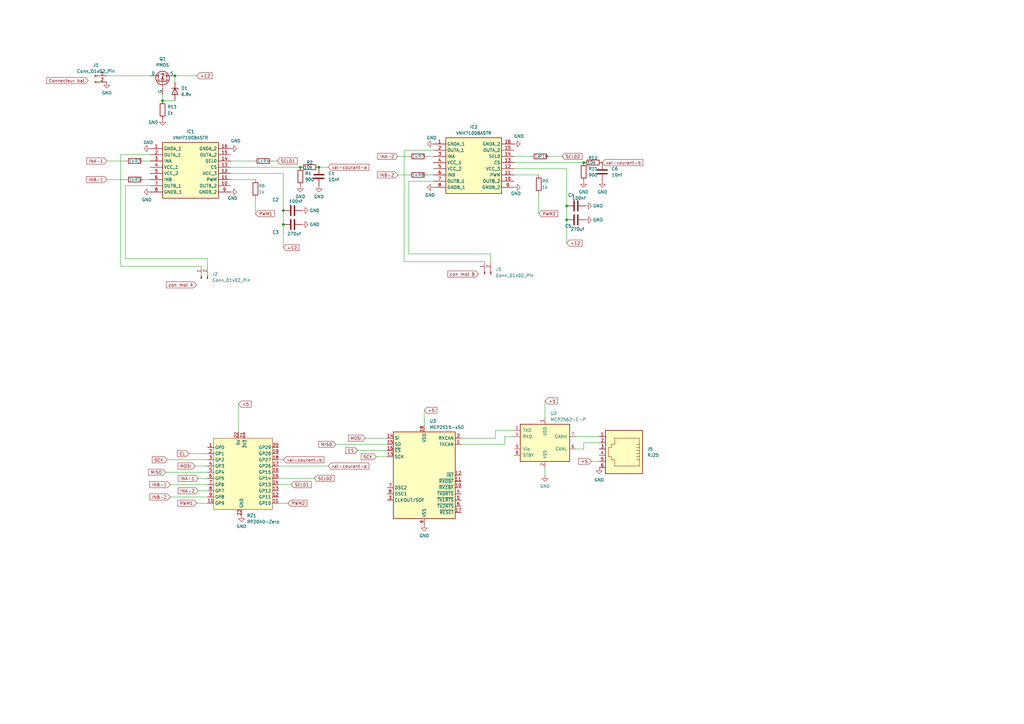
<source format=kicad_sch>
(kicad_sch (version 20230121) (generator eeschema)
  (paper "A3")
  (lib_symbols
    (symbol "Connector:Conn_01x02_Pin" (pin_names (offset 1.016) hide)
      (property "Reference" "J" (at 0 2.54 0))
      (property "Value" "Conn_01x02_Pin" (at 0 -5.08 0))
      (symbol "Conn_01x02_Pin_1_1"
        (polyline (pts (xy 1.27 -2.54) (xy 0.8636 -2.54)) (stroke (width 0.1524)))
        (polyline (pts (xy 1.27 0) (xy 0.8636 0)) (stroke (width 0.1524)))
        (rectangle (start 0.8636 -2.413) (end 0 -2.667) (stroke (width 0.1524)) (fill (type outline)))
        (rectangle (start 0.8636 0.127) (end 0 -0.127) (stroke (width 0.1524)) (fill (type outline)))
        (pin passive line (at 5.08 0 180) (length 3.81) (name "Pin_1") (number "1"))
        (pin passive line (at 5.08 -2.54 180) (length 3.81) (name "Pin_2") (number "2"))
      )
    )
    (symbol "Connector:RJ25" (pin_names (offset 1.016))
      (property "Reference" "J" (at -5.08 11.43 0))
      (property "Value" "RJ25" (at 2.54 11.43 0))
      (symbol "RJ25_0_1"
        (polyline (pts (xy -6.35 -1.905) (xy -5.08 -1.905) (xy -5.08 -1.905)))
        (polyline (pts (xy -6.35 -0.635) (xy -5.08 -0.635) (xy -5.08 -0.635)))
        (polyline (pts (xy -6.35 0.635) (xy -5.08 0.635) (xy -5.08 0.635)))
        (polyline (pts (xy -6.35 1.905) (xy -5.08 1.905) (xy -5.08 1.905)))
        (polyline (pts (xy -6.35 3.175) (xy -5.08 3.175) (xy -5.08 3.175)))
        (polyline (pts (xy -5.08 4.445) (xy -6.35 4.445) (xy -6.35 4.445)))
        (polyline (pts (xy -6.35 -4.445) (xy -6.35 6.985) (xy 3.81 6.985) (xy 3.81 4.445) (xy 5.08 4.445) (xy 5.08 3.175) (xy 6.35 3.175) (xy 6.35 -0.635) (xy 5.08 -0.635) (xy 5.08 -1.905) (xy 3.81 -1.905) (xy 3.81 -4.445) (xy -6.35 -4.445) (xy -6.35 -4.445)))
        (rectangle (start 7.62 10.16) (end -7.62 -7.62) (stroke (width 0.254)) (fill (type background)))
      )
      (symbol "RJ25_1_1"
        (pin passive line (at 10.16 -5.08 180) (length 2.54) (name "~") (number "1"))
        (pin passive line (at 10.16 -2.54 180) (length 2.54) (name "~") (number "2"))
        (pin passive line (at 10.16 0 180) (length 2.54) (name "~") (number "3"))
        (pin passive line (at 10.16 2.54 180) (length 2.54) (name "~") (number "4"))
        (pin passive line (at 10.16 5.08 180) (length 2.54) (name "~") (number "5"))
        (pin passive line (at 10.16 7.62 180) (length 2.54) (name "~") (number "6"))
      )
    )
    (symbol "Device:C" (pin_numbers hide) (pin_names (offset 0.254))
      (property "Reference" "C" (at 0.635 2.54 0))
      (property "Value" "C" (at 0.635 -2.54 0))
      (symbol "C_0_1"
        (polyline (pts (xy -2.032 -0.762) (xy 2.032 -0.762)) (stroke (width 0.508)))
        (polyline (pts (xy -2.032 0.762) (xy 2.032 0.762)) (stroke (width 0.508)))
      )
      (symbol "C_1_1"
        (pin passive line (at 0 3.81 270) (length 2.794) (name "~") (number "1"))
        (pin passive line (at 0 -3.81 90) (length 2.794) (name "~") (number "2"))
      )
    )
    (symbol "Device:D_Zener" (pin_numbers hide) (pin_names (offset 1.016) hide)
      (property "Reference" "D" (at 0 2.54 0))
      (property "Value" "D_Zener" (at 0 -2.54 0))
      (symbol "D_Zener_0_1"
        (polyline (pts (xy 1.27 0) (xy -1.27 0)))
        (polyline (pts (xy -1.27 -1.27) (xy -1.27 1.27) (xy -0.762 1.27)) (stroke (width 0.254)))
        (polyline (pts (xy 1.27 -1.27) (xy 1.27 1.27) (xy -1.27 0) (xy 1.27 -1.27)) (stroke (width 0.254)))
      )
      (symbol "D_Zener_1_1"
        (pin passive line (at -3.81 0 0) (length 2.54) (name "K") (number "1"))
        (pin passive line (at 3.81 0 180) (length 2.54) (name "A") (number "2"))
      )
    )
    (symbol "Device:R" (pin_numbers hide) (pin_names (offset 0))
      (property "Reference" "R" (at 2.032 0 90))
      (property "Value" "R" (at 0 0 90))
      (symbol "R_0_1"
        (rectangle (start -1.016 -2.54) (end 1.016 2.54) (stroke (width 0.254)))
      )
      (symbol "R_1_1"
        (pin passive line (at 0 3.81 270) (length 1.27) (name "~") (number "1"))
        (pin passive line (at 0 -3.81 90) (length 1.27) (name "~") (number "2"))
      )
    )
    (symbol "Interface_CAN_LIN:MCP2515-xSO"
      (property "Reference" "U" (at -10.16 19.685 0))
      (property "Value" "MCP2515-xSO" (at 19.05 20.32 0))
      (symbol "MCP2515-xSO_0_1"
        (rectangle (start -12.7 17.78) (end 12.7 -17.78) (stroke (width 0.254)) (fill (type background)))
      )
      (symbol "MCP2515-xSO_1_1"
        (pin output line (at 15.24 12.7 180) (length 2.54) (name "TXCAN") (number "1"))
        (pin output line (at 15.24 -5.08 180) (length 2.54) (name "~{RX1BF}") (number "10"))
        (pin output line (at 15.24 -2.54 180) (length 2.54) (name "~{RX0BF}") (number "11"))
        (pin output line (at 15.24 0 180) (length 2.54) (name "~{INT}") (number "12"))
        (pin input line (at -15.24 7.62 0) (length 2.54) (name "SCK") (number "13"))
        (pin input line (at -15.24 15.24 0) (length 2.54) (name "SI") (number "14"))
        (pin output line (at -15.24 12.7 0) (length 2.54) (name "SO") (number "15"))
        (pin input line (at -15.24 10.16 0) (length 2.54) (name "~{CS}") (number "16"))
        (pin input line (at 15.24 -15.24 180) (length 2.54) (name "~{RESET}") (number "17"))
        (pin power_in line (at 0 20.32 270) (length 2.54) (name "VDD") (number "18"))
        (pin input line (at 15.24 15.24 180) (length 2.54) (name "RXCAN") (number "2"))
        (pin output line (at -15.24 -10.16 0) (length 2.54) (name "CLKOUT/SOF") (number "3"))
        (pin input line (at 15.24 -7.62 180) (length 2.54) (name "~{TX0RTS}") (number "4"))
        (pin input line (at 15.24 -10.16 180) (length 2.54) (name "~{TX1RTS}") (number "5"))
        (pin input line (at 15.24 -12.7 180) (length 2.54) (name "~{TX2RTS}") (number "6"))
        (pin output line (at -15.24 -5.08 0) (length 2.54) (name "OSC2") (number "7"))
        (pin input line (at -15.24 -7.62 0) (length 2.54) (name "OSC1") (number "8"))
        (pin power_in line (at 0 -20.32 90) (length 2.54) (name "VSS") (number "9"))
      )
    )
    (symbol "Interface_CAN_LIN:MCP2562-E-P" (pin_names (offset 1.016))
      (property "Reference" "U" (at -10.16 8.89 0))
      (property "Value" "MCP2562-E-P" (at 2.54 8.89 0))
      (symbol "MCP2562-E-P_0_1"
        (rectangle (start -10.16 7.62) (end 10.16 -7.62) (stroke (width 0.254)) (fill (type background)))
      )
      (symbol "MCP2562-E-P_1_1"
        (pin input line (at -12.7 5.08 0) (length 2.54) (name "TXD") (number "1"))
        (pin power_in line (at 0 -10.16 90) (length 2.54) (name "VSS") (number "2"))
        (pin power_in line (at 0 10.16 270) (length 2.54) (name "VDD") (number "3"))
        (pin output line (at -12.7 2.54 0) (length 2.54) (name "RXD") (number "4"))
        (pin power_in line (at -12.7 -2.54 0) (length 2.54) (name "Vio") (number "5"))
        (pin bidirectional line (at 12.7 -2.54 180) (length 2.54) (name "CANL") (number "6"))
        (pin bidirectional line (at 12.7 2.54 180) (length 2.54) (name "CANH") (number "7"))
        (pin input line (at -12.7 -5.08 0) (length 2.54) (name "STBY") (number "8"))
      )
    )
    (symbol "Simulation_SPICE:PMOS" (pin_numbers hide) (pin_names (offset 0))
      (property "Reference" "Q" (at 5.08 1.27 0))
      (property "Value" "PMOS" (at 5.08 -1.27 0))
      (symbol "PMOS_0_1"
        (polyline (pts (xy 0.254 0) (xy -2.54 0)))
        (polyline (pts (xy 0.254 1.905) (xy 0.254 -1.905)) (stroke (width 0.254)))
        (polyline (pts (xy 0.762 -1.27) (xy 0.762 -2.286)) (stroke (width 0.254)))
        (polyline (pts (xy 0.762 0.508) (xy 0.762 -0.508)) (stroke (width 0.254)))
        (polyline (pts (xy 0.762 2.286) (xy 0.762 1.27)) (stroke (width 0.254)))
        (polyline (pts (xy 2.54 2.54) (xy 2.54 1.778)))
        (polyline (pts (xy 2.54 -2.54) (xy 2.54 0) (xy 0.762 0)))
        (polyline (pts (xy 0.762 1.778) (xy 3.302 1.778) (xy 3.302 -1.778) (xy 0.762 -1.778)))
        (polyline (pts (xy 2.286 0) (xy 1.27 0.381) (xy 1.27 -0.381) (xy 2.286 0)) (fill (type outline)))
        (polyline (pts (xy 2.794 -0.508) (xy 2.921 -0.381) (xy 3.683 -0.381) (xy 3.81 -0.254)))
        (polyline (pts (xy 3.302 -0.381) (xy 2.921 0.254) (xy 3.683 0.254) (xy 3.302 -0.381)))
        (circle (center 1.651 0) (radius 2.794) (stroke (width 0.254)))
        (circle (center 2.54 -1.778) (radius 0.254) (fill (type outline)))
        (circle (center 2.54 1.778) (radius 0.254) (fill (type outline)))
      )
      (symbol "PMOS_1_1"
        (pin passive line (at 2.54 5.08 270) (length 2.54) (name "D") (number "1"))
        (pin input line (at -5.08 0 0) (length 2.54) (name "G") (number "2"))
        (pin passive line (at 2.54 -5.08 90) (length 2.54) (name "S") (number "3"))
      )
    )
    (symbol "VNH7100BASTR:VNH7100BASTR"
      (property "Reference" "IC" (at 29.21 7.62 0))
      (property "Value" "VNH7100BASTR" (at 29.21 5.08 0))
      (symbol "VNH7100BASTR_1_1"
        (rectangle (start 5.08 2.54) (end 27.94 -20.32) (stroke (width 0.254)) (fill (type background)))
        (pin passive line (at 0 0 0) (length 5.08) (name "GNDA_1") (number "1"))
        (pin passive line (at 33.02 -15.24 180) (length 5.08) (name "OUTB_2") (number "10"))
        (pin passive line (at 33.02 -12.7 180) (length 5.08) (name "PWM") (number "11"))
        (pin passive line (at 33.02 -10.16 180) (length 5.08) (name "VCC_3") (number "12"))
        (pin passive line (at 33.02 -7.62 180) (length 5.08) (name "CS") (number "13"))
        (pin passive line (at 33.02 -5.08 180) (length 5.08) (name "SEL0") (number "14"))
        (pin passive line (at 33.02 -2.54 180) (length 5.08) (name "OUTA_2") (number "15"))
        (pin passive line (at 33.02 0 180) (length 5.08) (name "GNDA_2") (number "16"))
        (pin passive line (at 0 -2.54 0) (length 5.08) (name "OUTA_1") (number "2"))
        (pin passive line (at 0 -5.08 0) (length 5.08) (name "INA") (number "3"))
        (pin passive line (at 0 -7.62 0) (length 5.08) (name "VCC_1") (number "4"))
        (pin passive line (at 0 -10.16 0) (length 5.08) (name "VCC_2") (number "5"))
        (pin passive line (at 0 -12.7 0) (length 5.08) (name "INB") (number "6"))
        (pin passive line (at 0 -15.24 0) (length 5.08) (name "OUTB_1") (number "7"))
        (pin passive line (at 0 -17.78 0) (length 5.08) (name "GNDB_1") (number "8"))
        (pin passive line (at 33.02 -17.78 180) (length 5.08) (name "GNDB_2") (number "9"))
      )
    )
    (symbol "power:GND" (power) (pin_names (offset 0))
      (property "Value" "GND" (at 0 -3.81 0))
      (symbol "GND_0_1"
        (polyline (pts (xy 0 0) (xy 0 -1.27) (xy 1.27 -1.27) (xy 0 -2.54) (xy -1.27 -1.27) (xy 0 -1.27)))
      )
      (symbol "GND_1_1"
        (pin power_in line (at 0 0 270) (length 0) hide (name "GND") (number "1"))
      )
    )
    (symbol "rp2040-zero:RP2040-Zero"
      (property "Reference" "RZ" (at 0 0 0))
      (property "Value" "RP2040-Zero" (at 0 -2.54 0))
      (symbol "RP2040-Zero_0_1"
        (rectangle (start -11.43 -15.24) (end 12.7 13.97) (fill (type background)))
      )
      (symbol "RP2040-Zero_1_1"
        (pin bidirectional line (at -13.97 10.16 0) (length 2.54) (name "GP0") (number "1"))
        (pin bidirectional line (at -13.97 -12.7 0) (length 2.54) (name "GP9") (number "10"))
        (pin bidirectional line (at 15.24 -12.7 180) (length 2.54) (name "GP10") (number "11"))
        (pin bidirectional line (at 15.24 -10.16 180) (length 2.54) (name "GP11") (number "12"))
        (pin bidirectional line (at 15.24 -7.62 180) (length 2.54) (name "GP12") (number "13"))
        (pin bidirectional line (at 15.24 -5.08 180) (length 2.54) (name "GP13") (number "14"))
        (pin bidirectional line (at 15.24 -2.54 180) (length 2.54) (name "GP14") (number "15"))
        (pin bidirectional line (at 15.24 0 180) (length 2.54) (name "GP15") (number "16"))
        (pin bidirectional line (at 15.24 2.54 180) (length 2.54) (name "GP26") (number "17"))
        (pin bidirectional line (at 15.24 5.08 180) (length 2.54) (name "GP27") (number "18"))
        (pin bidirectional line (at 15.24 7.62 180) (length 2.54) (name "GP28") (number "19"))
        (pin bidirectional line (at -13.97 7.62 0) (length 2.54) (name "GP1") (number "2"))
        (pin bidirectional line (at 15.24 10.16 180) (length 2.54) (name "GP29") (number "20"))
        (pin power_in line (at 1.27 16.51 270) (length 2.54) (name "3V3") (number "21"))
        (pin power_in line (at -1.27 16.51 270) (length 2.54) (name "5V") (number "22"))
        (pin power_in line (at 0 -17.78 90) (length 2.54) (name "GND") (number "23"))
        (pin bidirectional line (at -13.97 5.08 0) (length 2.54) (name "GP2") (number "3"))
        (pin bidirectional line (at -13.97 2.54 0) (length 2.54) (name "GP3") (number "4"))
        (pin bidirectional line (at -13.97 0 0) (length 2.54) (name "GP4") (number "5"))
        (pin bidirectional line (at -13.97 -2.54 0) (length 2.54) (name "GP5") (number "6"))
        (pin bidirectional line (at -13.97 -5.08 0) (length 2.54) (name "GP6") (number "7"))
        (pin bidirectional line (at -13.97 -7.62 0) (length 2.54) (name "GP7") (number "8"))
        (pin bidirectional line (at -13.97 -10.16 0) (length 2.54) (name "GP8") (number "9"))
      )
    )
  )
  (junction (at 239.395 66.675))
  (junction (at 71.755 31.115))
  (junction (at 116.205 92.075))
  (junction (at 232.41 84.455))
  (junction (at 116.205 86.36))
  (junction (at 232.41 90.17))
  (junction (at 130.81 68.58))
  (junction (at 66.675 41.275))
  (junction (at 123.19 68.58))
  (wire (pts (xy 242.57 189.23) (xy 245.745 189.23)))
  (wire (pts (xy 69.85 203.835) (xy 85.09 203.835)))
  (wire (pts (xy 94.615 71.12) (xy 116.205 71.12)))
  (wire (pts (xy 210.82 69.215) (xy 232.41 69.215)))
  (wire (pts (xy 68.58 188.595) (xy 85.09 188.595)))
  (wire (pts (xy 232.41 90.17) (xy 232.41 99.695)))
  (wire (pts (xy 201.295 104.14) (xy 201.295 107.315)))
  (wire (pts (xy 71.755 31.115) (xy 71.755 33.655)))
  (wire (pts (xy 175.26 64.135) (xy 177.8 64.135)))
  (wire (pts (xy 97.79 165.735) (xy 97.79 177.165)))
  (wire (pts (xy 203.2 176.53) (xy 203.2 179.705)))
  (wire (pts (xy 66.675 41.275) (xy 66.675 38.735)))
  (wire (pts (xy 43.815 31.115) (xy 61.595 31.115)))
  (wire (pts (xy 59.055 66.04) (xy 61.595 66.04)))
  (wire (pts (xy 207.01 182.245) (xy 189.23 182.245)))
  (wire (pts (xy 163.195 71.755) (xy 167.64 71.755)))
  (wire (pts (xy 61.595 76.2) (xy 51.435 76.2)))
  (wire (pts (xy 163.195 64.135) (xy 167.64 64.135)))
  (wire (pts (xy 232.41 69.215) (xy 232.41 84.455)))
  (wire (pts (xy 210.82 66.675) (xy 239.395 66.675)))
  (wire (pts (xy 80.01 191.135) (xy 85.09 191.135)))
  (wire (pts (xy 207.01 179.07) (xy 210.82 179.07)))
  (wire (pts (xy 210.82 71.755) (xy 220.98 71.755)))
  (wire (pts (xy 167.64 104.14) (xy 201.295 104.14)))
  (wire (pts (xy 165.735 61.595) (xy 165.735 107.315)))
  (wire (pts (xy 177.8 74.295) (xy 167.64 74.295)))
  (wire (pts (xy 43.815 66.04) (xy 51.435 66.04)))
  (wire (pts (xy 49.53 63.5) (xy 49.53 109.22)))
  (wire (pts (xy 51.435 106.045) (xy 85.09 106.045)))
  (wire (pts (xy 94.615 73.66) (xy 104.775 73.66)))
  (wire (pts (xy 203.2 176.53) (xy 210.82 176.53)))
  (wire (pts (xy 210.82 64.135) (xy 217.805 64.135)))
  (wire (pts (xy 223.52 191.77) (xy 223.52 194.945)))
  (wire (pts (xy 137.795 182.245) (xy 158.75 182.245)))
  (wire (pts (xy 114.3 191.135) (xy 134.62 191.135)))
  (wire (pts (xy 71.755 31.115) (xy 80.645 31.115)))
  (wire (pts (xy 51.435 76.2) (xy 51.435 106.045)))
  (wire (pts (xy 114.3 206.375) (xy 118.11 206.375)))
  (wire (pts (xy 175.26 71.755) (xy 177.8 71.755)))
  (wire (pts (xy 111.76 66.04) (xy 113.665 66.04)))
  (wire (pts (xy 59.055 73.66) (xy 61.595 73.66)))
  (wire (pts (xy 232.41 84.455) (xy 232.41 90.17)))
  (wire (pts (xy 236.22 179.07) (xy 245.745 179.07)))
  (wire (pts (xy 61.595 63.5) (xy 49.53 63.5)))
  (wire (pts (xy 130.81 68.58) (xy 134.62 68.58)))
  (wire (pts (xy 116.205 86.36) (xy 116.205 92.075)))
  (wire (pts (xy 69.85 198.755) (xy 85.09 198.755)))
  (wire (pts (xy 104.775 81.28) (xy 104.775 87.63)))
  (wire (pts (xy 158.75 179.705) (xy 149.86 179.705)))
  (wire (pts (xy 80.645 206.375) (xy 85.09 206.375)))
  (wire (pts (xy 114.3 196.215) (xy 128.905 196.215)))
  (wire (pts (xy 66.675 41.275) (xy 71.755 41.275)))
  (wire (pts (xy 225.425 64.135) (xy 230.505 64.135)))
  (wire (pts (xy 146.685 184.785) (xy 158.75 184.785)))
  (wire (pts (xy 43.815 73.66) (xy 51.435 73.66)))
  (wire (pts (xy 239.395 184.15) (xy 239.395 181.61)))
  (wire (pts (xy 94.615 68.58) (xy 123.19 68.58)))
  (wire (pts (xy 167.64 74.295) (xy 167.64 104.14)))
  (wire (pts (xy 236.22 184.15) (xy 239.395 184.15)))
  (wire (pts (xy 114.3 188.595) (xy 116.205 188.595)))
  (wire (pts (xy 49.53 109.22) (xy 82.55 109.22)))
  (wire (pts (xy 94.615 66.04) (xy 104.14 66.04)))
  (wire (pts (xy 81.28 201.295) (xy 85.09 201.295)))
  (wire (pts (xy 207.01 179.07) (xy 207.01 182.245)))
  (wire (pts (xy 67.945 193.675) (xy 85.09 193.675)))
  (wire (pts (xy 165.735 107.315) (xy 198.755 107.315)))
  (wire (pts (xy 220.98 79.375) (xy 220.98 87.63)))
  (wire (pts (xy 154.305 187.325) (xy 158.75 187.325)))
  (wire (pts (xy 177.8 61.595) (xy 165.735 61.595)))
  (wire (pts (xy 239.395 181.61) (xy 245.745 181.61)))
  (wire (pts (xy 81.28 196.215) (xy 85.09 196.215)))
  (wire (pts (xy 116.205 92.075) (xy 116.205 101.6)))
  (wire (pts (xy 223.52 164.465) (xy 223.52 171.45)))
  (wire (pts (xy 173.99 168.275) (xy 173.99 174.625)))
  (wire (pts (xy 114.3 198.755) (xy 119.38 198.755)))
  (wire (pts (xy 85.09 106.045) (xy 85.09 109.22)))
  (wire (pts (xy 203.2 179.705) (xy 189.23 179.705)))
  (wire (pts (xy 116.205 71.12) (xy 116.205 86.36)))
  (wire (pts (xy 77.47 186.055) (xy 85.09 186.055)))
  (global_label "con mot B" (shape input) (at 196.215 112.395 180) (property "Intersheetrefs" "${INTERSHEET_REFS}" (effects hide)))
  (global_label "INA-1" (shape input) (at 43.815 66.04 180) (property "Intersheetrefs" "${INTERSHEET_REFS}" (effects hide)))
  (global_label "PWM2" (shape input) (at 220.98 87.63 0) (property "Intersheetrefs" "${INTERSHEET_REFS}" (effects hide)))
  (global_label "SEL01" (shape input) (at 119.38 198.755 0) (property "Intersheetrefs" "${INTERSHEET_REFS}" (effects hide)))
  (global_label "SCK" (shape input) (at 68.58 188.595 180) (property "Intersheetrefs" "${INTERSHEET_REFS}" (effects hide)))
  (global_label "val-courant-a" (shape input) (at 134.62 68.58 0) (property "Intersheetrefs" "${INTERSHEET_REFS}" (effects hide)))
  (global_label "con mot A" (shape input) (at 80.645 116.84 180) (property "Intersheetrefs" "${INTERSHEET_REFS}" (effects hide)))
  (global_label "INB-2" (shape input) (at 69.85 203.835 180) (property "Intersheetrefs" "${INTERSHEET_REFS}" (effects hide)))
  (global_label "val-courant-b" (shape input) (at 116.205 188.595 0) (property "Intersheetrefs" "${INTERSHEET_REFS}" (effects hide)))
  (global_label "MOSI" (shape input) (at 80.01 191.135 180) (property "Intersheetrefs" "${INTERSHEET_REFS}" (effects hide)))
  (global_label "Connecteur bat" (shape input) (at 36.195 33.02 180) (property "Intersheetrefs" "${INTERSHEET_REFS}" (effects hide)))
  (global_label "PWM2" (shape input) (at 118.11 206.375 0) (property "Intersheetrefs" "${INTERSHEET_REFS}" (effects hide)))
  (global_label "SEL02" (shape input) (at 128.905 196.215 0) (property "Intersheetrefs" "${INTERSHEET_REFS}" (effects hide)))
  (global_label "SEL01" (shape input) (at 113.665 66.04 0) (property "Intersheetrefs" "${INTERSHEET_REFS}" (effects hide)))
  (global_label "SEL02" (shape input) (at 230.505 64.135 0) (property "Intersheetrefs" "${INTERSHEET_REFS}" (effects hide)))
  (global_label "+5" (shape input) (at 223.52 164.465 0) (property "Intersheetrefs" "${INTERSHEET_REFS}" (effects hide)))
  (global_label "INA-2" (shape input) (at 163.195 64.135 180) (property "Intersheetrefs" "${INTERSHEET_REFS}" (effects hide)))
  (global_label "+12" (shape input) (at 80.645 31.115 0) (property "Intersheetrefs" "${INTERSHEET_REFS}" (effects hide)))
  (global_label "val-courant-a" (shape input) (at 134.62 191.135 0) (property "Intersheetrefs" "${INTERSHEET_REFS}" (effects hide)))
  (global_label "INA-1" (shape input) (at 81.28 196.215 180) (property "Intersheetrefs" "${INTERSHEET_REFS}" (effects hide)))
  (global_label "MOSI" (shape input) (at 149.86 179.705 180) (property "Intersheetrefs" "${INTERSHEET_REFS}" (effects hide)))
  (global_label "PWM1" (shape input) (at 104.775 87.63 0) (property "Intersheetrefs" "${INTERSHEET_REFS}" (effects hide)))
  (global_label "CL" (shape input) (at 77.47 186.055 180) (property "Intersheetrefs" "${INTERSHEET_REFS}" (effects hide)))
  (global_label "+5" (shape input) (at 173.99 168.275 0) (property "Intersheetrefs" "${INTERSHEET_REFS}" (effects hide)))
  (global_label "+5" (shape input) (at 97.79 165.735 0) (property "Intersheetrefs" "${INTERSHEET_REFS}" (effects hide)))
  (global_label "CS" (shape input) (at 146.685 184.785 180) (property "Intersheetrefs" "${INTERSHEET_REFS}" (effects hide)))
  (global_label "+12" (shape input) (at 232.41 99.695 0) (property "Intersheetrefs" "${INTERSHEET_REFS}" (effects hide)))
  (global_label "MISO" (shape input) (at 67.945 193.675 180) (property "Intersheetrefs" "${INTERSHEET_REFS}" (effects hide)))
  (global_label "INB-1" (shape input) (at 43.815 73.66 180) (property "Intersheetrefs" "${INTERSHEET_REFS}" (effects hide)))
  (global_label "PWM1" (shape input) (at 80.645 206.375 180) (property "Intersheetrefs" "${INTERSHEET_REFS}" (effects hide)))
  (global_label "INB-1" (shape input) (at 69.85 198.755 180) (property "Intersheetrefs" "${INTERSHEET_REFS}" (effects hide)))
  (global_label "INB-2" (shape input) (at 163.195 71.755 180) (property "Intersheetrefs" "${INTERSHEET_REFS}" (effects hide)))
  (global_label "+5" (shape input) (at 242.57 189.23 180) (property "Intersheetrefs" "${INTERSHEET_REFS}" (effects hide)))
  (global_label "INA-2" (shape input) (at 81.28 201.295 180) (property "Intersheetrefs" "${INTERSHEET_REFS}" (effects hide)))
  (global_label "val-courant-b" (shape input) (at 247.015 66.675 0) (property "Intersheetrefs" "${INTERSHEET_REFS}" (effects hide)))
  (global_label "+12" (shape input) (at 116.205 101.6 0) (property "Intersheetrefs" "${INTERSHEET_REFS}" (effects hide)))
  (global_label "MISO" (shape input) (at 137.795 182.245 180) (property "Intersheetrefs" "${INTERSHEET_REFS}" (effects hide)))
  (global_label "SCK" (shape input) (at 154.305 187.325 180) (property "Intersheetrefs" "${INTERSHEET_REFS}" (effects hide)))
  (symbol (lib_id "Device:R") (at 123.19 72.39 0) (unit 1)
    (property "Reference" "R1" (at 125.095 71.12 0) (effects (justify left)))
    (property "Value" "900" (at 125.095 73.66 0) (effects (justify left)))
  )
  (symbol (lib_id "power:GND") (at 99.06 211.455 0) (unit 1)
    (property "Reference" "#PWR019" (effects hide))
    (property "Value" "GND" (at 99.06 215.9 0))
  )
  (symbol (lib_id "Device:R") (at 239.395 70.485 0) (unit 1)
    (property "Reference" "R11" (at 241.3 69.215 0) (effects (justify left)))
    (property "Value" "900" (at 241.3 71.755 0) (effects (justify left)))
  )
  (symbol (lib_id "Device:C") (at 236.22 84.455 90) (unit 1)
    (property "Reference" "C4" (at 234.315 80.01 90))
    (property "Value" "100nf" (at 237.49 81.28 90))
  )
  (symbol (lib_id "Connector:Conn_01x02_Pin") (at 198.755 112.395 90) (unit 1)
    (property "Reference" "J3" (at 203.2 110.49 90) (effects (justify right)))
    (property "Value" "Conn_01x02_Pin" (at 203.2 113.03 90) (effects (justify right)))
  )
  (symbol (lib_id "power:GND") (at 223.52 194.945 0) (unit 1)
    (property "Reference" "#PWR020" (effects hide))
    (property "Value" "GND" (at 223.52 199.39 0))
  )
  (symbol (lib_id "Connector:Conn_01x02_Pin") (at 82.55 114.3 90) (unit 1)
    (property "Reference" "J2" (at 86.995 112.395 90) (effects (justify right)))
    (property "Value" "Conn_01x02_Pin" (at 86.995 114.935 90) (effects (justify right)))
  )
  (symbol (lib_id "power:GND") (at 240.03 84.455 90) (unit 1)
    (property "Reference" "#PWR015" (effects hide))
    (property "Value" "GND" (at 243.205 84.455 90) (effects (justify right)))
  )
  (symbol (lib_id "power:GND") (at 245.745 191.77 0) (unit 1)
    (property "Reference" "#PWR024" (effects hide))
    (property "Value" "GND" (at 245.745 196.85 0))
  )
  (symbol (lib_id "Device:C") (at 120.015 92.075 90) (unit 1)
    (property "Reference" "C3" (at 113.03 95.25 90))
    (property "Value" "270uf" (at 120.65 95.885 90))
  )
  (symbol (lib_id "power:GND") (at 173.99 215.265 0) (unit 1)
    (property "Reference" "#PWR021" (effects hide))
    (property "Value" "GND" (at 173.99 219.71 0))
  )
  (symbol (lib_id "power:GND") (at 123.825 92.075 90) (unit 1)
    (property "Reference" "#PWR08" (effects hide))
    (property "Value" "GND" (at 127 92.075 90) (effects (justify right)))
  )
  (symbol (lib_id "power:GND") (at 61.595 60.96 270) (unit 1)
    (property "Reference" "#PWR02" (effects hide))
    (property "Value" "GND" (at 62.865 58.42 90) (effects (justify right)))
  )
  (symbol (lib_id "Device:C") (at 120.015 86.36 90) (unit 1)
    (property "Reference" "C2" (at 113.03 81.915 90))
    (property "Value" "100nf" (at 121.285 82.55 90))
  )
  (symbol (lib_id "Interface_CAN_LIN:MCP2562-E-P") (at 223.52 181.61 0) (unit 1)
    (property "Reference" "U2" (at 225.7141 169.545 0) (effects (justify left)))
    (property "Value" "MCP2562-E-P" (at 225.7141 172.085 0) (effects (justify left)))
    (property "Footprint" "Package_DIP:DIP-8_W7.62mm" (effects hide))
    (property "Datasheet" "http://ww1.microchip.com/downloads/en/DeviceDoc/25167A.pdf" (effects hide))
  )
  (symbol (lib_id "power:GND") (at 177.8 76.835 270) (unit 1)
    (property "Reference" "#PWR011" (effects hide))
    (property "Value" "GND" (at 178.435 80.01 90) (effects (justify right)))
  )
  (symbol (lib_id "power:GND") (at 94.615 78.74 90) (unit 1)
    (property "Reference" "#PWR09" (effects hide))
    (property "Value" "GND" (at 93.345 81.28 90) (effects (justify right)))
  )
  (symbol (lib_id "Device:R") (at 55.245 66.04 90) (unit 1)
    (property "Reference" "R3" (at 56.515 66.04 90))
    (property "Value" "1k" (at 53.975 66.04 90))
  )
  (symbol (lib_id "power:GND") (at 130.81 76.2 0) (unit 1)
    (property "Reference" "#PWR06" (effects hide))
    (property "Value" "GND" (at 130.81 80.645 0))
  )
  (symbol (lib_id "Connector:RJ25") (at 255.905 184.15 180) (unit 1)
    (property "Reference" "J5" (at 265.43 184.15 0) (effects (justify right)))
    (property "Value" "RJ25" (at 265.43 186.69 0) (effects (justify right)))
  )
  (symbol (lib_id "power:GND") (at 66.675 48.895 0) (unit 1)
    (property "Reference" "#PWR018" (effects hide))
    (property "Value" "GND" (at 62.865 50.165 0))
  )
  (symbol (lib_id "Device:R") (at 171.45 71.755 90) (unit 1)
    (property "Reference" "R8" (at 172.72 71.755 90))
    (property "Value" "1k" (at 170.18 71.755 90))
  )
  (symbol (lib_id "rp2040-zero:RP2040-Zero") (at 99.06 193.675 0) (unit 1)
    (property "Reference" "RZ1" (at 101.2541 211.455 0) (effects (justify left)))
    (property "Value" "RP2040-Zero" (at 101.2541 213.995 0) (effects (justify left)))
  )
  (symbol (lib_id "power:GND") (at 123.19 76.2 0) (unit 1)
    (property "Reference" "#PWR05" (effects hide))
    (property "Value" "GND" (at 123.19 80.645 0))
  )
  (symbol (lib_id "Device:R") (at 220.98 75.565 0) (unit 1)
    (property "Reference" "R9" (at 222.25 74.295 0) (effects (justify left)))
    (property "Value" "1k" (at 222.25 76.835 0) (effects (justify left)))
  )
  (symbol (lib_id "Device:C") (at 236.22 90.17 90) (unit 1)
    (property "Reference" "C5" (at 233.045 92.71 90))
    (property "Value" "270uf" (at 236.855 93.98 90))
  )
  (symbol (lib_id "Device:D_Zener") (at 71.755 37.465 270) (unit 1)
    (property "Reference" "D1" (at 74.295 36.195 90) (effects (justify left)))
    (property "Value" "6.8v" (at 74.295 38.735 90) (effects (justify left)))
  )
  (symbol (lib_id "Device:R") (at 66.675 45.085 0) (unit 1)
    (property "Reference" "R13" (at 68.58 43.815 0) (effects (justify left)))
    (property "Value" "1k" (at 68.58 46.355 0) (effects (justify left)))
  )
  (symbol (lib_id "Device:R") (at 104.775 77.47 0) (unit 1)
    (property "Reference" "R6" (at 106.045 76.2 0) (effects (justify left)))
    (property "Value" "1k" (at 106.045 78.74 0) (effects (justify left)))
  )
  (symbol (lib_id "power:GND") (at 43.815 33.655 0) (unit 1)
    (property "Reference" "#PWR01" (effects hide))
    (property "Value" "GND" (at 43.815 38.1 0))
  )
  (symbol (lib_id "Device:C") (at 130.81 72.39 0) (unit 1)
    (property "Reference" "C1" (at 134.62 71.12 0) (effects (justify left)))
    (property "Value" "10nf" (at 134.62 73.66 0) (effects (justify left)))
  )
  (symbol (lib_id "Connector:Conn_01x02_Pin") (at 38.735 31.115 0) (unit 1)
    (property "Reference" "J1" (at 39.37 26.67 0))
    (property "Value" "Conn_01x02_Pin" (at 39.37 29.21 0))
  )
  (symbol (lib_id "VNH7100BASTR:VNH7100BASTR") (at 177.8 59.055 0) (unit 1)
    (property "Reference" "IC2" (at 194.31 52.07 0))
    (property "Value" "VNH7100BASTR" (at 194.31 54.61 0))
    (property "Footprint" "SOIC127P600X175-16N" (effects hide))
    (property "Datasheet" "https://www.st.com/resource/en/datasheet/dm00314832.pdf" (effects hide))
    (property "Height" "1.75" (effects hide))
    (property "Manufacturer_Name" "STMicroelectronics" (effects hide))
    (property "Manufacturer_Part_Number" "VNH7100BASTR" (effects hide))
    (property "Mouser Part Number" "511-VNH7100BASTR" (effects hide))
    (property "Mouser Price/Stock" "https://www.mouser.co.uk/ProductDetail/STMicroelectronics/VNH7100BASTR?qs=5aG0NVq1C4zGSYti1WIHtQ%3D%3D" (effects hide))
    (property "Arrow Part Number" "VNH7100BASTR" (effects hide))
    (property "Arrow Price/Stock" "https://www.arrow.com/en/products/vnh7100bastr/stmicroelectronics?region=nac" (effects hide))
  )
  (symbol (lib_id "Device:R") (at 221.615 64.135 90) (unit 1)
    (property "Reference" "R10" (at 222.885 64.135 90))
    (property "Value" "1k" (at 220.345 64.135 90))
  )
  (symbol (lib_id "Device:R") (at 243.205 66.675 90) (unit 1)
    (property "Reference" "R12" (at 243.205 64.77 90))
    (property "Value" "10k" (at 242.57 66.675 90))
  )
  (symbol (lib_id "power:GND") (at 247.015 74.295 0) (unit 1)
    (property "Reference" "#PWR017" (effects hide))
    (property "Value" "GND" (at 247.015 78.74 0))
  )
  (symbol (lib_id "VNH7100BASTR:VNH7100BASTR") (at 61.595 60.96 0) (unit 1)
    (property "Reference" "IC1" (at 78.105 53.975 0))
    (property "Value" "VNH7100BASTR" (at 78.105 56.515 0))
    (property "Footprint" "SOIC127P600X175-16N" (effects hide))
    (property "Datasheet" "https://www.st.com/resource/en/datasheet/dm00314832.pdf" (effects hide))
    (property "Height" "1.75" (effects hide))
    (property "Manufacturer_Name" "STMicroelectronics" (effects hide))
    (property "Manufacturer_Part_Number" "VNH7100BASTR" (effects hide))
    (property "Mouser Part Number" "511-VNH7100BASTR" (effects hide))
    (property "Mouser Price/Stock" "https://www.mouser.co.uk/ProductDetail/STMicroelectronics/VNH7100BASTR?qs=5aG0NVq1C4zGSYti1WIHtQ%3D%3D" (effects hide))
    (property "Arrow Part Number" "VNH7100BASTR" (effects hide))
    (property "Arrow Price/Stock" "https://www.arrow.com/en/products/vnh7100bastr/stmicroelectronics?region=nac" (effects hide))
  )
  (symbol (lib_id "power:GND") (at 210.82 59.055 90) (unit 1)
    (property "Reference" "#PWR012" (effects hide))
    (property "Value" "GND" (at 210.82 55.88 90) (effects (justify right)))
  )
  (symbol (lib_id "Device:C") (at 247.015 70.485 0) (unit 1)
    (property "Reference" "C6" (at 250.825 69.215 0) (effects (justify left)))
    (property "Value" "10nf" (at 250.825 71.755 0) (effects (justify left)))
  )
  (symbol (lib_id "Interface_CAN_LIN:MCP2515-xSO") (at 173.99 194.945 0) (unit 1)
    (property "Reference" "U3" (at 176.1841 172.72 0) (effects (justify left)))
    (property "Value" "MCP2515-xSO" (at 176.1841 175.26 0) (effects (justify left)))
    (property "Footprint" "Package_SO:SOIC-18W_7.5x11.6mm_P1.27mm" (effects hide))
    (property "Datasheet" "http://ww1.microchip.com/downloads/en/DeviceDoc/21801e.pdf" (effects hide))
  )
  (symbol (lib_id "Device:R") (at 107.95 66.04 90) (unit 1)
    (property "Reference" "R4" (at 109.22 66.04 90))
    (property "Value" "1k" (at 106.68 66.04 90))
  )
  (symbol (lib_id "power:GND") (at 94.615 60.96 90) (unit 1)
    (property "Reference" "#PWR03" (effects hide))
    (property "Value" "GND" (at 94.615 57.785 90) (effects (justify right)))
  )
  (symbol (lib_id "Device:R") (at 55.245 73.66 90) (unit 1)
    (property "Reference" "R5" (at 56.515 73.66 90))
    (property "Value" "1k" (at 53.975 73.66 90))
  )
  (symbol (lib_id "power:GND") (at 123.825 86.36 90) (unit 1)
    (property "Reference" "#PWR07" (effects hide))
    (property "Value" "GND" (at 127 86.36 90) (effects (justify right)))
  )
  (symbol (lib_id "power:GND") (at 61.595 78.74 270) (unit 1)
    (property "Reference" "#PWR04" (effects hide))
    (property "Value" "GND" (at 62.23 81.915 90) (effects (justify right)))
  )
  (symbol (lib_id "power:GND") (at 239.395 74.295 0) (unit 1)
    (property "Reference" "#PWR014" (effects hide))
    (property "Value" "GND" (at 239.395 78.74 0))
  )
  (symbol (lib_id "power:GND") (at 177.8 59.055 270) (unit 1)
    (property "Reference" "#PWR010" (effects hide))
    (property "Value" "GND" (at 179.07 56.515 90) (effects (justify right)))
  )
  (symbol (lib_id "Device:R") (at 171.45 64.135 90) (unit 1)
    (property "Reference" "R7" (at 172.72 64.135 90))
    (property "Value" "1k" (at 170.18 64.135 90))
  )
  (symbol (lib_id "power:GND") (at 210.82 76.835 90) (unit 1)
    (property "Reference" "#PWR013" (effects hide))
    (property "Value" "GND" (at 209.55 79.375 90) (effects (justify right)))
  )
  (symbol (lib_id "Simulation_SPICE:PMOS") (at 66.675 33.655 90) (unit 1)
    (property "Reference" "Q1" (at 66.675 24.13 90))
    (property "Value" "PMOS" (at 66.675 26.67 90))
    (property "Datasheet" "https://ngspice.sourceforge.io/docs/ngspice-manual.pdf" (effects hide))
    (property "Sim.Device" "PMOS" (effects hide))
    (property "Sim.Type" "VDMOS" (effects hide))
    (property "Sim.Pins" "1=D 2=G 3=S" (effects hide))
  )
  (symbol (lib_id "Device:R") (at 127 68.58 90) (unit 1)
    (property "Reference" "R2" (at 127 66.675 90))
    (property "Value" "10k" (at 126.365 68.58 90))
  )
  (symbol (lib_id "power:GND") (at 240.03 90.17 90) (unit 1)
    (property "Reference" "#PWR016" (effects hide))
    (property "Value" "GND" (at 243.205 90.17 90) (effects (justify right)))
  )
)
</source>
